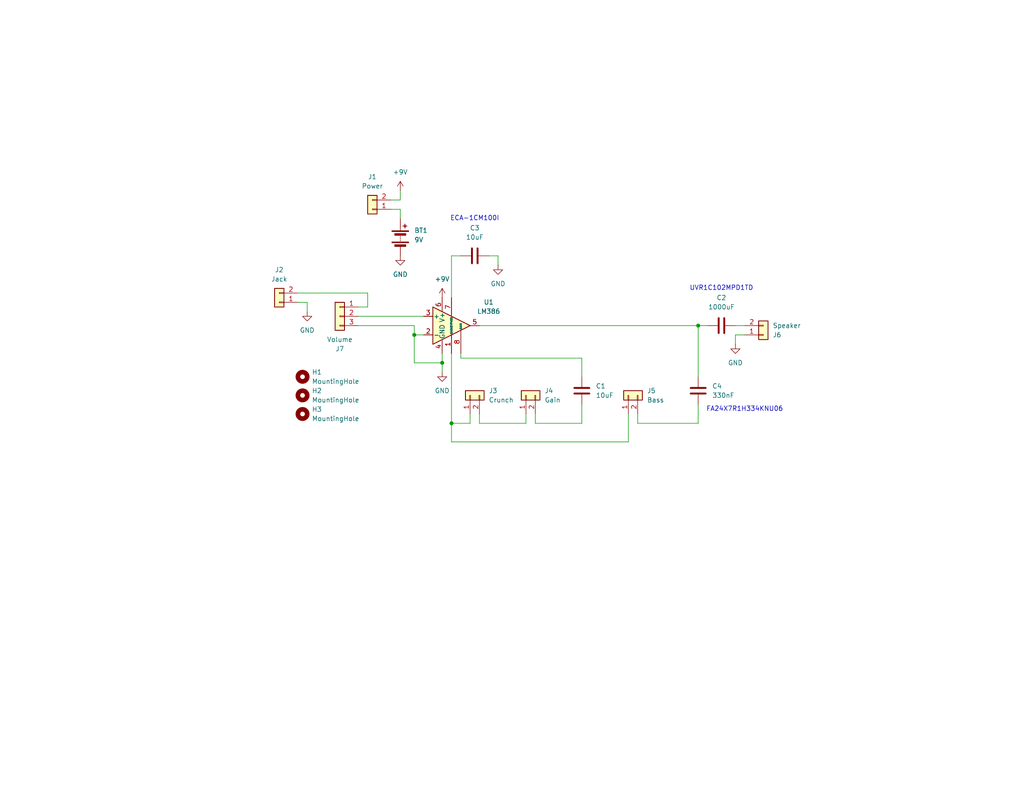
<source format=kicad_sch>
(kicad_sch
	(version 20250114)
	(generator "eeschema")
	(generator_version "9.0")
	(uuid "ace36595-c3d2-4bdc-9d6d-441c245f1a64")
	(paper "USLetter")
	(title_block
		(title "HogAmp by Tyler Ramsawak")
		(date "2025-11-29")
		(rev "1")
		(company "9V Electric Guitar Amplifier")
	)
	(lib_symbols
		(symbol "Amplifier_Audio:LM386"
			(pin_names
				(offset 0.127)
			)
			(exclude_from_sim no)
			(in_bom yes)
			(on_board yes)
			(property "Reference" "U"
				(at 1.27 7.62 0)
				(effects
					(font
						(size 1.27 1.27)
					)
					(justify left)
				)
			)
			(property "Value" "LM386"
				(at 1.27 5.08 0)
				(effects
					(font
						(size 1.27 1.27)
					)
					(justify left)
				)
			)
			(property "Footprint" ""
				(at 2.54 2.54 0)
				(effects
					(font
						(size 1.27 1.27)
					)
					(hide yes)
				)
			)
			(property "Datasheet" "http://www.ti.com/lit/ds/symlink/lm386.pdf"
				(at 5.08 5.08 0)
				(effects
					(font
						(size 1.27 1.27)
					)
					(hide yes)
				)
			)
			(property "Description" "Low Voltage Audio Power Amplifier, DIP-8/SOIC-8/SSOP-8"
				(at 0 0 0)
				(effects
					(font
						(size 1.27 1.27)
					)
					(hide yes)
				)
			)
			(property "ki_keywords" "single Power opamp"
				(at 0 0 0)
				(effects
					(font
						(size 1.27 1.27)
					)
					(hide yes)
				)
			)
			(property "ki_fp_filters" "SOIC*3.9x4.9mm*P1.27mm* DIP*W7.62mm* MSSOP*P0.65mm* TSSOP*3x3mm*P0.5mm*"
				(at 0 0 0)
				(effects
					(font
						(size 1.27 1.27)
					)
					(hide yes)
				)
			)
			(symbol "LM386_0_1"
				(polyline
					(pts
						(xy 5.08 0) (xy -5.08 5.08) (xy -5.08 -5.08) (xy 5.08 0)
					)
					(stroke
						(width 0.254)
						(type default)
					)
					(fill
						(type background)
					)
				)
			)
			(symbol "LM386_1_1"
				(pin input line
					(at -7.62 2.54 0)
					(length 2.54)
					(name "+"
						(effects
							(font
								(size 1.27 1.27)
							)
						)
					)
					(number "3"
						(effects
							(font
								(size 1.27 1.27)
							)
						)
					)
				)
				(pin input line
					(at -7.62 -2.54 0)
					(length 2.54)
					(name "-"
						(effects
							(font
								(size 1.27 1.27)
							)
						)
					)
					(number "2"
						(effects
							(font
								(size 1.27 1.27)
							)
						)
					)
				)
				(pin power_in line
					(at -2.54 7.62 270)
					(length 3.81)
					(name "V+"
						(effects
							(font
								(size 1.27 1.27)
							)
						)
					)
					(number "6"
						(effects
							(font
								(size 1.27 1.27)
							)
						)
					)
				)
				(pin power_in line
					(at -2.54 -7.62 90)
					(length 3.81)
					(name "GND"
						(effects
							(font
								(size 1.27 1.27)
							)
						)
					)
					(number "4"
						(effects
							(font
								(size 1.27 1.27)
							)
						)
					)
				)
				(pin input line
					(at 0 7.62 270)
					(length 5.08)
					(name "BYPASS"
						(effects
							(font
								(size 0.508 0.508)
							)
						)
					)
					(number "7"
						(effects
							(font
								(size 1.27 1.27)
							)
						)
					)
				)
				(pin input line
					(at 0 -7.62 90)
					(length 5.08)
					(name "GAIN"
						(effects
							(font
								(size 0.508 0.508)
							)
						)
					)
					(number "1"
						(effects
							(font
								(size 1.27 1.27)
							)
						)
					)
				)
				(pin input line
					(at 2.54 -7.62 90)
					(length 6.35)
					(name "GAIN"
						(effects
							(font
								(size 0.508 0.508)
							)
						)
					)
					(number "8"
						(effects
							(font
								(size 1.27 1.27)
							)
						)
					)
				)
				(pin output line
					(at 7.62 0 180)
					(length 2.54)
					(name "~"
						(effects
							(font
								(size 1.27 1.27)
							)
						)
					)
					(number "5"
						(effects
							(font
								(size 1.27 1.27)
							)
						)
					)
				)
			)
			(embedded_fonts no)
		)
		(symbol "Connector_Generic:Conn_01x02"
			(pin_names
				(offset 1.016)
				(hide yes)
			)
			(exclude_from_sim no)
			(in_bom yes)
			(on_board yes)
			(property "Reference" "J"
				(at 0 2.54 0)
				(effects
					(font
						(size 1.27 1.27)
					)
				)
			)
			(property "Value" "Conn_01x02"
				(at 0 -5.08 0)
				(effects
					(font
						(size 1.27 1.27)
					)
				)
			)
			(property "Footprint" ""
				(at 0 0 0)
				(effects
					(font
						(size 1.27 1.27)
					)
					(hide yes)
				)
			)
			(property "Datasheet" "~"
				(at 0 0 0)
				(effects
					(font
						(size 1.27 1.27)
					)
					(hide yes)
				)
			)
			(property "Description" "Generic connector, single row, 01x02, script generated (kicad-library-utils/schlib/autogen/connector/)"
				(at 0 0 0)
				(effects
					(font
						(size 1.27 1.27)
					)
					(hide yes)
				)
			)
			(property "ki_keywords" "connector"
				(at 0 0 0)
				(effects
					(font
						(size 1.27 1.27)
					)
					(hide yes)
				)
			)
			(property "ki_fp_filters" "Connector*:*_1x??_*"
				(at 0 0 0)
				(effects
					(font
						(size 1.27 1.27)
					)
					(hide yes)
				)
			)
			(symbol "Conn_01x02_1_1"
				(rectangle
					(start -1.27 1.27)
					(end 1.27 -3.81)
					(stroke
						(width 0.254)
						(type default)
					)
					(fill
						(type background)
					)
				)
				(rectangle
					(start -1.27 0.127)
					(end 0 -0.127)
					(stroke
						(width 0.1524)
						(type default)
					)
					(fill
						(type none)
					)
				)
				(rectangle
					(start -1.27 -2.413)
					(end 0 -2.667)
					(stroke
						(width 0.1524)
						(type default)
					)
					(fill
						(type none)
					)
				)
				(pin passive line
					(at -5.08 0 0)
					(length 3.81)
					(name "Pin_1"
						(effects
							(font
								(size 1.27 1.27)
							)
						)
					)
					(number "1"
						(effects
							(font
								(size 1.27 1.27)
							)
						)
					)
				)
				(pin passive line
					(at -5.08 -2.54 0)
					(length 3.81)
					(name "Pin_2"
						(effects
							(font
								(size 1.27 1.27)
							)
						)
					)
					(number "2"
						(effects
							(font
								(size 1.27 1.27)
							)
						)
					)
				)
			)
			(embedded_fonts no)
		)
		(symbol "Connector_Generic:Conn_01x03"
			(pin_names
				(offset 1.016)
				(hide yes)
			)
			(exclude_from_sim no)
			(in_bom yes)
			(on_board yes)
			(property "Reference" "J"
				(at 0 5.08 0)
				(effects
					(font
						(size 1.27 1.27)
					)
				)
			)
			(property "Value" "Conn_01x03"
				(at 0 -5.08 0)
				(effects
					(font
						(size 1.27 1.27)
					)
				)
			)
			(property "Footprint" ""
				(at 0 0 0)
				(effects
					(font
						(size 1.27 1.27)
					)
					(hide yes)
				)
			)
			(property "Datasheet" "~"
				(at 0 0 0)
				(effects
					(font
						(size 1.27 1.27)
					)
					(hide yes)
				)
			)
			(property "Description" "Generic connector, single row, 01x03, script generated (kicad-library-utils/schlib/autogen/connector/)"
				(at 0 0 0)
				(effects
					(font
						(size 1.27 1.27)
					)
					(hide yes)
				)
			)
			(property "ki_keywords" "connector"
				(at 0 0 0)
				(effects
					(font
						(size 1.27 1.27)
					)
					(hide yes)
				)
			)
			(property "ki_fp_filters" "Connector*:*_1x??_*"
				(at 0 0 0)
				(effects
					(font
						(size 1.27 1.27)
					)
					(hide yes)
				)
			)
			(symbol "Conn_01x03_1_1"
				(rectangle
					(start -1.27 3.81)
					(end 1.27 -3.81)
					(stroke
						(width 0.254)
						(type default)
					)
					(fill
						(type background)
					)
				)
				(rectangle
					(start -1.27 2.667)
					(end 0 2.413)
					(stroke
						(width 0.1524)
						(type default)
					)
					(fill
						(type none)
					)
				)
				(rectangle
					(start -1.27 0.127)
					(end 0 -0.127)
					(stroke
						(width 0.1524)
						(type default)
					)
					(fill
						(type none)
					)
				)
				(rectangle
					(start -1.27 -2.413)
					(end 0 -2.667)
					(stroke
						(width 0.1524)
						(type default)
					)
					(fill
						(type none)
					)
				)
				(pin passive line
					(at -5.08 2.54 0)
					(length 3.81)
					(name "Pin_1"
						(effects
							(font
								(size 1.27 1.27)
							)
						)
					)
					(number "1"
						(effects
							(font
								(size 1.27 1.27)
							)
						)
					)
				)
				(pin passive line
					(at -5.08 0 0)
					(length 3.81)
					(name "Pin_2"
						(effects
							(font
								(size 1.27 1.27)
							)
						)
					)
					(number "2"
						(effects
							(font
								(size 1.27 1.27)
							)
						)
					)
				)
				(pin passive line
					(at -5.08 -2.54 0)
					(length 3.81)
					(name "Pin_3"
						(effects
							(font
								(size 1.27 1.27)
							)
						)
					)
					(number "3"
						(effects
							(font
								(size 1.27 1.27)
							)
						)
					)
				)
			)
			(embedded_fonts no)
		)
		(symbol "Device:Battery"
			(pin_numbers
				(hide yes)
			)
			(pin_names
				(offset 0)
				(hide yes)
			)
			(exclude_from_sim no)
			(in_bom yes)
			(on_board yes)
			(property "Reference" "BT"
				(at 2.54 2.54 0)
				(effects
					(font
						(size 1.27 1.27)
					)
					(justify left)
				)
			)
			(property "Value" "Battery"
				(at 2.54 0 0)
				(effects
					(font
						(size 1.27 1.27)
					)
					(justify left)
				)
			)
			(property "Footprint" ""
				(at 0 1.524 90)
				(effects
					(font
						(size 1.27 1.27)
					)
					(hide yes)
				)
			)
			(property "Datasheet" "~"
				(at 0 1.524 90)
				(effects
					(font
						(size 1.27 1.27)
					)
					(hide yes)
				)
			)
			(property "Description" "Multiple-cell battery"
				(at 0 0 0)
				(effects
					(font
						(size 1.27 1.27)
					)
					(hide yes)
				)
			)
			(property "ki_keywords" "batt voltage-source cell"
				(at 0 0 0)
				(effects
					(font
						(size 1.27 1.27)
					)
					(hide yes)
				)
			)
			(symbol "Battery_0_1"
				(rectangle
					(start -2.286 1.778)
					(end 2.286 1.524)
					(stroke
						(width 0)
						(type default)
					)
					(fill
						(type outline)
					)
				)
				(rectangle
					(start -2.286 -1.27)
					(end 2.286 -1.524)
					(stroke
						(width 0)
						(type default)
					)
					(fill
						(type outline)
					)
				)
				(rectangle
					(start -1.524 1.016)
					(end 1.524 0.508)
					(stroke
						(width 0)
						(type default)
					)
					(fill
						(type outline)
					)
				)
				(rectangle
					(start -1.524 -2.032)
					(end 1.524 -2.54)
					(stroke
						(width 0)
						(type default)
					)
					(fill
						(type outline)
					)
				)
				(polyline
					(pts
						(xy 0 1.778) (xy 0 2.54)
					)
					(stroke
						(width 0)
						(type default)
					)
					(fill
						(type none)
					)
				)
				(polyline
					(pts
						(xy 0 0) (xy 0 0.254)
					)
					(stroke
						(width 0)
						(type default)
					)
					(fill
						(type none)
					)
				)
				(polyline
					(pts
						(xy 0 -0.508) (xy 0 -0.254)
					)
					(stroke
						(width 0)
						(type default)
					)
					(fill
						(type none)
					)
				)
				(polyline
					(pts
						(xy 0 -1.016) (xy 0 -0.762)
					)
					(stroke
						(width 0)
						(type default)
					)
					(fill
						(type none)
					)
				)
				(polyline
					(pts
						(xy 0.762 3.048) (xy 1.778 3.048)
					)
					(stroke
						(width 0.254)
						(type default)
					)
					(fill
						(type none)
					)
				)
				(polyline
					(pts
						(xy 1.27 3.556) (xy 1.27 2.54)
					)
					(stroke
						(width 0.254)
						(type default)
					)
					(fill
						(type none)
					)
				)
			)
			(symbol "Battery_1_1"
				(pin passive line
					(at 0 5.08 270)
					(length 2.54)
					(name "+"
						(effects
							(font
								(size 1.27 1.27)
							)
						)
					)
					(number "1"
						(effects
							(font
								(size 1.27 1.27)
							)
						)
					)
				)
				(pin passive line
					(at 0 -5.08 90)
					(length 2.54)
					(name "-"
						(effects
							(font
								(size 1.27 1.27)
							)
						)
					)
					(number "2"
						(effects
							(font
								(size 1.27 1.27)
							)
						)
					)
				)
			)
			(embedded_fonts no)
		)
		(symbol "Device:C"
			(pin_numbers
				(hide yes)
			)
			(pin_names
				(offset 0.254)
			)
			(exclude_from_sim no)
			(in_bom yes)
			(on_board yes)
			(property "Reference" "C"
				(at 0.635 2.54 0)
				(effects
					(font
						(size 1.27 1.27)
					)
					(justify left)
				)
			)
			(property "Value" "C"
				(at 0.635 -2.54 0)
				(effects
					(font
						(size 1.27 1.27)
					)
					(justify left)
				)
			)
			(property "Footprint" ""
				(at 0.9652 -3.81 0)
				(effects
					(font
						(size 1.27 1.27)
					)
					(hide yes)
				)
			)
			(property "Datasheet" "~"
				(at 0 0 0)
				(effects
					(font
						(size 1.27 1.27)
					)
					(hide yes)
				)
			)
			(property "Description" "Unpolarized capacitor"
				(at 0 0 0)
				(effects
					(font
						(size 1.27 1.27)
					)
					(hide yes)
				)
			)
			(property "ki_keywords" "cap capacitor"
				(at 0 0 0)
				(effects
					(font
						(size 1.27 1.27)
					)
					(hide yes)
				)
			)
			(property "ki_fp_filters" "C_*"
				(at 0 0 0)
				(effects
					(font
						(size 1.27 1.27)
					)
					(hide yes)
				)
			)
			(symbol "C_0_1"
				(polyline
					(pts
						(xy -2.032 0.762) (xy 2.032 0.762)
					)
					(stroke
						(width 0.508)
						(type default)
					)
					(fill
						(type none)
					)
				)
				(polyline
					(pts
						(xy -2.032 -0.762) (xy 2.032 -0.762)
					)
					(stroke
						(width 0.508)
						(type default)
					)
					(fill
						(type none)
					)
				)
			)
			(symbol "C_1_1"
				(pin passive line
					(at 0 3.81 270)
					(length 2.794)
					(name "~"
						(effects
							(font
								(size 1.27 1.27)
							)
						)
					)
					(number "1"
						(effects
							(font
								(size 1.27 1.27)
							)
						)
					)
				)
				(pin passive line
					(at 0 -3.81 90)
					(length 2.794)
					(name "~"
						(effects
							(font
								(size 1.27 1.27)
							)
						)
					)
					(number "2"
						(effects
							(font
								(size 1.27 1.27)
							)
						)
					)
				)
			)
			(embedded_fonts no)
		)
		(symbol "Mechanical:MountingHole"
			(pin_names
				(offset 1.016)
			)
			(exclude_from_sim no)
			(in_bom no)
			(on_board yes)
			(property "Reference" "H"
				(at 0 5.08 0)
				(effects
					(font
						(size 1.27 1.27)
					)
				)
			)
			(property "Value" "MountingHole"
				(at 0 3.175 0)
				(effects
					(font
						(size 1.27 1.27)
					)
				)
			)
			(property "Footprint" ""
				(at 0 0 0)
				(effects
					(font
						(size 1.27 1.27)
					)
					(hide yes)
				)
			)
			(property "Datasheet" "~"
				(at 0 0 0)
				(effects
					(font
						(size 1.27 1.27)
					)
					(hide yes)
				)
			)
			(property "Description" "Mounting Hole without connection"
				(at 0 0 0)
				(effects
					(font
						(size 1.27 1.27)
					)
					(hide yes)
				)
			)
			(property "ki_keywords" "mounting hole"
				(at 0 0 0)
				(effects
					(font
						(size 1.27 1.27)
					)
					(hide yes)
				)
			)
			(property "ki_fp_filters" "MountingHole*"
				(at 0 0 0)
				(effects
					(font
						(size 1.27 1.27)
					)
					(hide yes)
				)
			)
			(symbol "MountingHole_0_1"
				(circle
					(center 0 0)
					(radius 1.27)
					(stroke
						(width 1.27)
						(type default)
					)
					(fill
						(type none)
					)
				)
			)
			(embedded_fonts no)
		)
		(symbol "power:+9V"
			(power)
			(pin_numbers
				(hide yes)
			)
			(pin_names
				(offset 0)
				(hide yes)
			)
			(exclude_from_sim no)
			(in_bom yes)
			(on_board yes)
			(property "Reference" "#PWR"
				(at 0 -3.81 0)
				(effects
					(font
						(size 1.27 1.27)
					)
					(hide yes)
				)
			)
			(property "Value" "+9V"
				(at 0 3.556 0)
				(effects
					(font
						(size 1.27 1.27)
					)
				)
			)
			(property "Footprint" ""
				(at 0 0 0)
				(effects
					(font
						(size 1.27 1.27)
					)
					(hide yes)
				)
			)
			(property "Datasheet" ""
				(at 0 0 0)
				(effects
					(font
						(size 1.27 1.27)
					)
					(hide yes)
				)
			)
			(property "Description" "Power symbol creates a global label with name \"+9V\""
				(at 0 0 0)
				(effects
					(font
						(size 1.27 1.27)
					)
					(hide yes)
				)
			)
			(property "ki_keywords" "global power"
				(at 0 0 0)
				(effects
					(font
						(size 1.27 1.27)
					)
					(hide yes)
				)
			)
			(symbol "+9V_0_1"
				(polyline
					(pts
						(xy -0.762 1.27) (xy 0 2.54)
					)
					(stroke
						(width 0)
						(type default)
					)
					(fill
						(type none)
					)
				)
				(polyline
					(pts
						(xy 0 2.54) (xy 0.762 1.27)
					)
					(stroke
						(width 0)
						(type default)
					)
					(fill
						(type none)
					)
				)
				(polyline
					(pts
						(xy 0 0) (xy 0 2.54)
					)
					(stroke
						(width 0)
						(type default)
					)
					(fill
						(type none)
					)
				)
			)
			(symbol "+9V_1_1"
				(pin power_in line
					(at 0 0 90)
					(length 0)
					(name "~"
						(effects
							(font
								(size 1.27 1.27)
							)
						)
					)
					(number "1"
						(effects
							(font
								(size 1.27 1.27)
							)
						)
					)
				)
			)
			(embedded_fonts no)
		)
		(symbol "power:GND"
			(power)
			(pin_numbers
				(hide yes)
			)
			(pin_names
				(offset 0)
				(hide yes)
			)
			(exclude_from_sim no)
			(in_bom yes)
			(on_board yes)
			(property "Reference" "#PWR"
				(at 0 -6.35 0)
				(effects
					(font
						(size 1.27 1.27)
					)
					(hide yes)
				)
			)
			(property "Value" "GND"
				(at 0 -3.81 0)
				(effects
					(font
						(size 1.27 1.27)
					)
				)
			)
			(property "Footprint" ""
				(at 0 0 0)
				(effects
					(font
						(size 1.27 1.27)
					)
					(hide yes)
				)
			)
			(property "Datasheet" ""
				(at 0 0 0)
				(effects
					(font
						(size 1.27 1.27)
					)
					(hide yes)
				)
			)
			(property "Description" "Power symbol creates a global label with name \"GND\" , ground"
				(at 0 0 0)
				(effects
					(font
						(size 1.27 1.27)
					)
					(hide yes)
				)
			)
			(property "ki_keywords" "global power"
				(at 0 0 0)
				(effects
					(font
						(size 1.27 1.27)
					)
					(hide yes)
				)
			)
			(symbol "GND_0_1"
				(polyline
					(pts
						(xy 0 0) (xy 0 -1.27) (xy 1.27 -1.27) (xy 0 -2.54) (xy -1.27 -1.27) (xy 0 -1.27)
					)
					(stroke
						(width 0)
						(type default)
					)
					(fill
						(type none)
					)
				)
			)
			(symbol "GND_1_1"
				(pin power_in line
					(at 0 0 270)
					(length 0)
					(name "~"
						(effects
							(font
								(size 1.27 1.27)
							)
						)
					)
					(number "1"
						(effects
							(font
								(size 1.27 1.27)
							)
						)
					)
				)
			)
			(embedded_fonts no)
		)
	)
	(text "ECA-1CM100I"
		(exclude_from_sim no)
		(at 129.54 59.69 0)
		(effects
			(font
				(size 1.27 1.27)
			)
		)
		(uuid "10f2179c-7793-4424-9ab1-bbf242957811")
	)
	(text "FA24X7R1H334KNU06"
		(exclude_from_sim no)
		(at 203.2 111.76 0)
		(effects
			(font
				(size 1.27 1.27)
			)
		)
		(uuid "7d88853f-3cb9-4518-a758-8a9a9dd2c66e")
	)
	(text "UVR1C102MPD1TD"
		(exclude_from_sim no)
		(at 196.85 78.74 0)
		(effects
			(font
				(size 1.27 1.27)
			)
		)
		(uuid "92aa43bb-8da8-45f5-8cf5-adf1065ed47d")
	)
	(junction
		(at 113.03 91.44)
		(diameter 0)
		(color 0 0 0 0)
		(uuid "0737364b-3219-479d-9165-a6de4c832455")
	)
	(junction
		(at 190.5 88.9)
		(diameter 0)
		(color 0 0 0 0)
		(uuid "2d7714e4-a303-4d11-9551-2cc6333e69af")
	)
	(junction
		(at 123.19 115.57)
		(diameter 0)
		(color 0 0 0 0)
		(uuid "a66ee2e1-0a65-4095-b4d8-8b942aba7dc7")
	)
	(junction
		(at 120.65 99.06)
		(diameter 0)
		(color 0 0 0 0)
		(uuid "ed66ff5a-2bb9-489c-a6a1-59fa3159b432")
	)
	(wire
		(pts
			(xy 100.33 83.82) (xy 97.79 83.82)
		)
		(stroke
			(width 0)
			(type default)
		)
		(uuid "00db18ce-6376-4027-a0d4-4deaa767a73f")
	)
	(wire
		(pts
			(xy 130.81 88.9) (xy 190.5 88.9)
		)
		(stroke
			(width 0)
			(type default)
		)
		(uuid "0542f6be-90e4-43a3-82b7-958528934482")
	)
	(wire
		(pts
			(xy 190.5 110.49) (xy 190.5 115.57)
		)
		(stroke
			(width 0)
			(type default)
		)
		(uuid "07542b49-5a3f-4d1f-8776-46c9824b1a4e")
	)
	(wire
		(pts
			(xy 123.19 69.85) (xy 125.73 69.85)
		)
		(stroke
			(width 0)
			(type default)
		)
		(uuid "0b87943a-9aa4-4c1b-bb56-6b65af956c74")
	)
	(wire
		(pts
			(xy 143.51 115.57) (xy 143.51 113.03)
		)
		(stroke
			(width 0)
			(type default)
		)
		(uuid "10c6d043-4d5d-490c-a42f-80b44da7e366")
	)
	(wire
		(pts
			(xy 171.45 120.65) (xy 123.19 120.65)
		)
		(stroke
			(width 0)
			(type default)
		)
		(uuid "16ab5590-5ac0-4a6c-959a-3088ecf8b966")
	)
	(wire
		(pts
			(xy 125.73 97.79) (xy 125.73 96.52)
		)
		(stroke
			(width 0)
			(type default)
		)
		(uuid "1df4f42e-8255-4709-8f19-56c6cf29dd79")
	)
	(wire
		(pts
			(xy 128.27 113.03) (xy 128.27 115.57)
		)
		(stroke
			(width 0)
			(type default)
		)
		(uuid "2001a48f-7f11-42b7-8063-4ed160b39b15")
	)
	(wire
		(pts
			(xy 146.05 115.57) (xy 146.05 113.03)
		)
		(stroke
			(width 0)
			(type default)
		)
		(uuid "2b59bca5-06ae-4930-a207-c1cf67339efd")
	)
	(wire
		(pts
			(xy 171.45 113.03) (xy 171.45 120.65)
		)
		(stroke
			(width 0)
			(type default)
		)
		(uuid "31e06460-7fd5-48b8-b9e7-2ad5b245c85a")
	)
	(wire
		(pts
			(xy 120.65 101.6) (xy 120.65 99.06)
		)
		(stroke
			(width 0)
			(type default)
		)
		(uuid "405d371a-1594-4fcd-81e8-5bf08630326c")
	)
	(wire
		(pts
			(xy 81.28 82.55) (xy 83.82 82.55)
		)
		(stroke
			(width 0)
			(type default)
		)
		(uuid "4601cbfd-a8b9-471d-9ab3-fa67b2120d1b")
	)
	(wire
		(pts
			(xy 200.66 91.44) (xy 203.2 91.44)
		)
		(stroke
			(width 0)
			(type default)
		)
		(uuid "476e001c-8b8f-47de-8991-5b9a4d3335ad")
	)
	(wire
		(pts
			(xy 158.75 115.57) (xy 146.05 115.57)
		)
		(stroke
			(width 0)
			(type default)
		)
		(uuid "4ecdaff0-1d51-4a6c-bb36-04f9d2df12f0")
	)
	(wire
		(pts
			(xy 97.79 88.9) (xy 113.03 88.9)
		)
		(stroke
			(width 0)
			(type default)
		)
		(uuid "546ba8c3-b520-422d-b20e-4054aef8e694")
	)
	(wire
		(pts
			(xy 120.65 99.06) (xy 113.03 99.06)
		)
		(stroke
			(width 0)
			(type default)
		)
		(uuid "552f4f3c-07f0-4e26-a6a9-f7312b5e4947")
	)
	(wire
		(pts
			(xy 125.73 97.79) (xy 158.75 97.79)
		)
		(stroke
			(width 0)
			(type default)
		)
		(uuid "5a2c92c9-f06d-4050-82ae-57151f0f29d9")
	)
	(wire
		(pts
			(xy 83.82 82.55) (xy 83.82 85.09)
		)
		(stroke
			(width 0)
			(type default)
		)
		(uuid "5a8efe83-fe7f-457b-a5f2-0518dc7effa1")
	)
	(wire
		(pts
			(xy 97.79 86.36) (xy 115.57 86.36)
		)
		(stroke
			(width 0)
			(type default)
		)
		(uuid "5c909359-c50a-40b1-ab3f-2481c2295920")
	)
	(wire
		(pts
			(xy 128.27 115.57) (xy 123.19 115.57)
		)
		(stroke
			(width 0)
			(type default)
		)
		(uuid "6b171022-191c-4a12-ba03-e3604b396e93")
	)
	(wire
		(pts
			(xy 113.03 88.9) (xy 113.03 91.44)
		)
		(stroke
			(width 0)
			(type default)
		)
		(uuid "6f469791-fa86-4d64-8124-7738db7379c6")
	)
	(wire
		(pts
			(xy 106.68 57.15) (xy 109.22 57.15)
		)
		(stroke
			(width 0)
			(type default)
		)
		(uuid "702833ba-31a5-485b-b459-52a11e108f13")
	)
	(wire
		(pts
			(xy 200.66 93.98) (xy 200.66 91.44)
		)
		(stroke
			(width 0)
			(type default)
		)
		(uuid "725c90d7-683e-4df8-bc38-347b61f7ad60")
	)
	(wire
		(pts
			(xy 120.65 96.52) (xy 120.65 99.06)
		)
		(stroke
			(width 0)
			(type default)
		)
		(uuid "74bfee76-d750-4c36-a9d4-3128bc6e7893")
	)
	(wire
		(pts
			(xy 81.28 80.01) (xy 100.33 80.01)
		)
		(stroke
			(width 0)
			(type default)
		)
		(uuid "75690e19-a613-4b35-8e88-ca335954d673")
	)
	(wire
		(pts
			(xy 130.81 115.57) (xy 143.51 115.57)
		)
		(stroke
			(width 0)
			(type default)
		)
		(uuid "777c1615-eae8-459d-8161-42cd85524d9a")
	)
	(wire
		(pts
			(xy 203.2 88.9) (xy 200.66 88.9)
		)
		(stroke
			(width 0)
			(type default)
		)
		(uuid "8fcbe251-4d5b-4bf1-9a18-0b30f26cc336")
	)
	(wire
		(pts
			(xy 158.75 102.87) (xy 158.75 97.79)
		)
		(stroke
			(width 0)
			(type default)
		)
		(uuid "9409254f-3586-4ac7-b103-fda44e7b4645")
	)
	(wire
		(pts
			(xy 109.22 54.61) (xy 106.68 54.61)
		)
		(stroke
			(width 0)
			(type default)
		)
		(uuid "966b3ec5-fbf5-47ab-82ee-a3b8856f7179")
	)
	(wire
		(pts
			(xy 135.89 69.85) (xy 135.89 72.39)
		)
		(stroke
			(width 0)
			(type default)
		)
		(uuid "96c21705-cd96-4183-891b-8200fb90f8ce")
	)
	(wire
		(pts
			(xy 158.75 110.49) (xy 158.75 115.57)
		)
		(stroke
			(width 0)
			(type default)
		)
		(uuid "9dfb0e79-ac08-4398-9860-122e00118ef3")
	)
	(wire
		(pts
			(xy 133.35 69.85) (xy 135.89 69.85)
		)
		(stroke
			(width 0)
			(type default)
		)
		(uuid "9fe76581-4f04-46e0-bee1-3050833b9b62")
	)
	(wire
		(pts
			(xy 109.22 59.69) (xy 109.22 57.15)
		)
		(stroke
			(width 0)
			(type default)
		)
		(uuid "a7080c35-c296-4af6-8199-1926937f4ba0")
	)
	(wire
		(pts
			(xy 109.22 52.07) (xy 109.22 54.61)
		)
		(stroke
			(width 0)
			(type default)
		)
		(uuid "acd96e50-9356-4bd5-ac63-d193cc38f7f5")
	)
	(wire
		(pts
			(xy 123.19 96.52) (xy 123.19 115.57)
		)
		(stroke
			(width 0)
			(type default)
		)
		(uuid "ae3d7edd-27ba-4090-8f1e-29e3d67cf802")
	)
	(wire
		(pts
			(xy 130.81 115.57) (xy 130.81 113.03)
		)
		(stroke
			(width 0)
			(type default)
		)
		(uuid "afa1a027-17cd-4f3d-9606-12124dbbf4a3")
	)
	(wire
		(pts
			(xy 113.03 99.06) (xy 113.03 91.44)
		)
		(stroke
			(width 0)
			(type default)
		)
		(uuid "b24bbe94-244f-47eb-9c8e-87607437f512")
	)
	(wire
		(pts
			(xy 173.99 113.03) (xy 173.99 115.57)
		)
		(stroke
			(width 0)
			(type default)
		)
		(uuid "b9742c1a-213b-4296-a6fd-992d2ff758d3")
	)
	(wire
		(pts
			(xy 190.5 88.9) (xy 193.04 88.9)
		)
		(stroke
			(width 0)
			(type default)
		)
		(uuid "bb71d333-0189-488e-8886-77bb4721a582")
	)
	(wire
		(pts
			(xy 173.99 115.57) (xy 190.5 115.57)
		)
		(stroke
			(width 0)
			(type default)
		)
		(uuid "cb53fed9-dc50-479a-a050-e1be5ba708ba")
	)
	(wire
		(pts
			(xy 100.33 80.01) (xy 100.33 83.82)
		)
		(stroke
			(width 0)
			(type default)
		)
		(uuid "d1ca0510-1176-4bfc-a7a5-37d0ff2c52a5")
	)
	(wire
		(pts
			(xy 113.03 91.44) (xy 115.57 91.44)
		)
		(stroke
			(width 0)
			(type default)
		)
		(uuid "dd3bca67-6218-4a25-bca2-d12321af35ec")
	)
	(wire
		(pts
			(xy 123.19 81.28) (xy 123.19 69.85)
		)
		(stroke
			(width 0)
			(type default)
		)
		(uuid "e0725c90-0873-454c-b1d3-0212e4bb0d35")
	)
	(wire
		(pts
			(xy 190.5 88.9) (xy 190.5 102.87)
		)
		(stroke
			(width 0)
			(type default)
		)
		(uuid "e6c0de0f-8c73-46df-81ef-89f578c28c0d")
	)
	(wire
		(pts
			(xy 123.19 120.65) (xy 123.19 115.57)
		)
		(stroke
			(width 0)
			(type default)
		)
		(uuid "f1cc3004-7b8d-4b1f-a855-cbcd4b27fc76")
	)
	(symbol
		(lib_id "power:+9V")
		(at 120.65 81.28 0)
		(unit 1)
		(exclude_from_sim no)
		(in_bom yes)
		(on_board yes)
		(dnp no)
		(fields_autoplaced yes)
		(uuid "021884a4-188d-4904-bd29-54b07227afb0")
		(property "Reference" "#PWR05"
			(at 120.65 85.09 0)
			(effects
				(font
					(size 1.27 1.27)
				)
				(hide yes)
			)
		)
		(property "Value" "+9V"
			(at 120.65 76.2 0)
			(effects
				(font
					(size 1.27 1.27)
				)
			)
		)
		(property "Footprint" ""
			(at 120.65 81.28 0)
			(effects
				(font
					(size 1.27 1.27)
				)
				(hide yes)
			)
		)
		(property "Datasheet" ""
			(at 120.65 81.28 0)
			(effects
				(font
					(size 1.27 1.27)
				)
				(hide yes)
			)
		)
		(property "Description" "Power symbol creates a global label with name \"+9V\""
			(at 120.65 81.28 0)
			(effects
				(font
					(size 1.27 1.27)
				)
				(hide yes)
			)
		)
		(pin "1"
			(uuid "d7c4105c-72a7-4f55-9390-7aec4708d285")
		)
		(instances
			(project "hogamp"
				(path "/ace36595-c3d2-4bdc-9d6d-441c245f1a64"
					(reference "#PWR05")
					(unit 1)
				)
			)
		)
	)
	(symbol
		(lib_id "Mechanical:MountingHole")
		(at 82.55 113.03 0)
		(unit 1)
		(exclude_from_sim no)
		(in_bom no)
		(on_board yes)
		(dnp no)
		(fields_autoplaced yes)
		(uuid "045e8a7e-38e8-4238-ae5a-ad4c8875ee7e")
		(property "Reference" "H3"
			(at 85.09 111.7599 0)
			(effects
				(font
					(size 1.27 1.27)
				)
				(justify left)
			)
		)
		(property "Value" "MountingHole"
			(at 85.09 114.2999 0)
			(effects
				(font
					(size 1.27 1.27)
				)
				(justify left)
			)
		)
		(property "Footprint" "MountingHole:MountingHole_3.2mm_M3"
			(at 82.55 113.03 0)
			(effects
				(font
					(size 1.27 1.27)
				)
				(hide yes)
			)
		)
		(property "Datasheet" "~"
			(at 82.55 113.03 0)
			(effects
				(font
					(size 1.27 1.27)
				)
				(hide yes)
			)
		)
		(property "Description" "Mounting Hole without connection"
			(at 82.55 113.03 0)
			(effects
				(font
					(size 1.27 1.27)
				)
				(hide yes)
			)
		)
		(instances
			(project "hogamp"
				(path "/ace36595-c3d2-4bdc-9d6d-441c245f1a64"
					(reference "H3")
					(unit 1)
				)
			)
		)
	)
	(symbol
		(lib_id "Device:C")
		(at 196.85 88.9 90)
		(unit 1)
		(exclude_from_sim no)
		(in_bom yes)
		(on_board yes)
		(dnp no)
		(fields_autoplaced yes)
		(uuid "05e291ae-e38b-4812-9261-00d46a7b7072")
		(property "Reference" "C2"
			(at 196.85 81.28 90)
			(effects
				(font
					(size 1.27 1.27)
				)
			)
		)
		(property "Value" "1000uF"
			(at 196.85 83.82 90)
			(effects
				(font
					(size 1.27 1.27)
				)
			)
		)
		(property "Footprint" "Capacitor_THT:CP_Radial_D10.0mm_P5.00mm"
			(at 200.66 87.9348 0)
			(effects
				(font
					(size 1.27 1.27)
				)
				(hide yes)
			)
		)
		(property "Datasheet" "~"
			(at 196.85 88.9 0)
			(effects
				(font
					(size 1.27 1.27)
				)
				(hide yes)
			)
		)
		(property "Description" "Unpolarized capacitor"
			(at 196.85 88.9 0)
			(effects
				(font
					(size 1.27 1.27)
				)
				(hide yes)
			)
		)
		(pin "2"
			(uuid "b2ba0619-1c16-4416-a697-9e4a53813608")
		)
		(pin "1"
			(uuid "3342f363-12de-40d5-9ff4-12da92967f26")
		)
		(instances
			(project ""
				(path "/ace36595-c3d2-4bdc-9d6d-441c245f1a64"
					(reference "C2")
					(unit 1)
				)
			)
		)
	)
	(symbol
		(lib_id "Mechanical:MountingHole")
		(at 82.55 107.95 0)
		(unit 1)
		(exclude_from_sim no)
		(in_bom no)
		(on_board yes)
		(dnp no)
		(fields_autoplaced yes)
		(uuid "0827dc83-8a74-48ed-bb70-6bc4cb33f4e7")
		(property "Reference" "H2"
			(at 85.09 106.6799 0)
			(effects
				(font
					(size 1.27 1.27)
				)
				(justify left)
			)
		)
		(property "Value" "MountingHole"
			(at 85.09 109.2199 0)
			(effects
				(font
					(size 1.27 1.27)
				)
				(justify left)
			)
		)
		(property "Footprint" "MountingHole:MountingHole_3.2mm_M3"
			(at 82.55 107.95 0)
			(effects
				(font
					(size 1.27 1.27)
				)
				(hide yes)
			)
		)
		(property "Datasheet" "~"
			(at 82.55 107.95 0)
			(effects
				(font
					(size 1.27 1.27)
				)
				(hide yes)
			)
		)
		(property "Description" "Mounting Hole without connection"
			(at 82.55 107.95 0)
			(effects
				(font
					(size 1.27 1.27)
				)
				(hide yes)
			)
		)
		(instances
			(project "hogamp"
				(path "/ace36595-c3d2-4bdc-9d6d-441c245f1a64"
					(reference "H2")
					(unit 1)
				)
			)
		)
	)
	(symbol
		(lib_id "Device:C")
		(at 190.5 106.68 0)
		(unit 1)
		(exclude_from_sim no)
		(in_bom yes)
		(on_board yes)
		(dnp no)
		(fields_autoplaced yes)
		(uuid "2db50048-f2e6-4bcb-b7c8-31a50c53582e")
		(property "Reference" "C4"
			(at 194.31 105.4099 0)
			(effects
				(font
					(size 1.27 1.27)
				)
				(justify left)
			)
		)
		(property "Value" "330nF"
			(at 194.31 107.9499 0)
			(effects
				(font
					(size 1.27 1.27)
				)
				(justify left)
			)
		)
		(property "Footprint" "hogamp:CAPRB500W50L450T300H550"
			(at 191.4652 110.49 0)
			(effects
				(font
					(size 1.27 1.27)
				)
				(hide yes)
			)
		)
		(property "Datasheet" "~"
			(at 190.5 106.68 0)
			(effects
				(font
					(size 1.27 1.27)
				)
				(hide yes)
			)
		)
		(property "Description" "Unpolarized capacitor"
			(at 190.5 106.68 0)
			(effects
				(font
					(size 1.27 1.27)
				)
				(hide yes)
			)
		)
		(pin "2"
			(uuid "c5dcbf5e-dc5c-4edf-952b-a14ceb0c7c42")
		)
		(pin "1"
			(uuid "8ef47a29-c4ae-42e5-bc86-5c1bee5f4973")
		)
		(instances
			(project "hogamp"
				(path "/ace36595-c3d2-4bdc-9d6d-441c245f1a64"
					(reference "C4")
					(unit 1)
				)
			)
		)
	)
	(symbol
		(lib_id "Connector_Generic:Conn_01x02")
		(at 171.45 107.95 90)
		(unit 1)
		(exclude_from_sim no)
		(in_bom yes)
		(on_board yes)
		(dnp no)
		(fields_autoplaced yes)
		(uuid "53145616-a93d-4a0b-a9be-753c31781d19")
		(property "Reference" "J5"
			(at 176.53 106.6799 90)
			(effects
				(font
					(size 1.27 1.27)
				)
				(justify right)
			)
		)
		(property "Value" "Bass"
			(at 176.53 109.2199 90)
			(effects
				(font
					(size 1.27 1.27)
				)
				(justify right)
			)
		)
		(property "Footprint" "Connector_Samtec_HPM_THT:Samtec_HPM-02-05-x-S_Straight_1x02_Pitch5.08mm"
			(at 171.45 107.95 0)
			(effects
				(font
					(size 1.27 1.27)
				)
				(hide yes)
			)
		)
		(property "Datasheet" "~"
			(at 171.45 107.95 0)
			(effects
				(font
					(size 1.27 1.27)
				)
				(hide yes)
			)
		)
		(property "Description" "Generic connector, single row, 01x02, script generated (kicad-library-utils/schlib/autogen/connector/)"
			(at 171.45 107.95 0)
			(effects
				(font
					(size 1.27 1.27)
				)
				(hide yes)
			)
		)
		(pin "1"
			(uuid "f01221b9-4505-4bea-9052-857bb7a14d4c")
		)
		(pin "2"
			(uuid "8808bdda-a174-42e0-8c22-8171565a1a21")
		)
		(instances
			(project "hogamp"
				(path "/ace36595-c3d2-4bdc-9d6d-441c245f1a64"
					(reference "J5")
					(unit 1)
				)
			)
		)
	)
	(symbol
		(lib_id "Mechanical:MountingHole")
		(at 82.55 102.87 0)
		(unit 1)
		(exclude_from_sim no)
		(in_bom no)
		(on_board yes)
		(dnp no)
		(fields_autoplaced yes)
		(uuid "5bf647d0-7485-4a9f-a9fc-0d5d5c2b3663")
		(property "Reference" "H1"
			(at 85.09 101.5999 0)
			(effects
				(font
					(size 1.27 1.27)
				)
				(justify left)
			)
		)
		(property "Value" "MountingHole"
			(at 85.09 104.1399 0)
			(effects
				(font
					(size 1.27 1.27)
				)
				(justify left)
			)
		)
		(property "Footprint" "MountingHole:MountingHole_3.2mm_M3"
			(at 82.55 102.87 0)
			(effects
				(font
					(size 1.27 1.27)
				)
				(hide yes)
			)
		)
		(property "Datasheet" "~"
			(at 82.55 102.87 0)
			(effects
				(font
					(size 1.27 1.27)
				)
				(hide yes)
			)
		)
		(property "Description" "Mounting Hole without connection"
			(at 82.55 102.87 0)
			(effects
				(font
					(size 1.27 1.27)
				)
				(hide yes)
			)
		)
		(instances
			(project ""
				(path "/ace36595-c3d2-4bdc-9d6d-441c245f1a64"
					(reference "H1")
					(unit 1)
				)
			)
		)
	)
	(symbol
		(lib_id "Connector_Generic:Conn_01x02")
		(at 128.27 107.95 90)
		(unit 1)
		(exclude_from_sim no)
		(in_bom yes)
		(on_board yes)
		(dnp no)
		(fields_autoplaced yes)
		(uuid "849f452d-e1ff-473d-8fb4-bea8e55544d8")
		(property "Reference" "J3"
			(at 133.35 106.6799 90)
			(effects
				(font
					(size 1.27 1.27)
				)
				(justify right)
			)
		)
		(property "Value" "Crunch"
			(at 133.35 109.2199 90)
			(effects
				(font
					(size 1.27 1.27)
				)
				(justify right)
			)
		)
		(property "Footprint" "Connector_Samtec_HPM_THT:Samtec_HPM-02-05-x-S_Straight_1x02_Pitch5.08mm"
			(at 128.27 107.95 0)
			(effects
				(font
					(size 1.27 1.27)
				)
				(hide yes)
			)
		)
		(property "Datasheet" "~"
			(at 128.27 107.95 0)
			(effects
				(font
					(size 1.27 1.27)
				)
				(hide yes)
			)
		)
		(property "Description" "Generic connector, single row, 01x02, script generated (kicad-library-utils/schlib/autogen/connector/)"
			(at 128.27 107.95 0)
			(effects
				(font
					(size 1.27 1.27)
				)
				(hide yes)
			)
		)
		(pin "1"
			(uuid "c99e07f7-9ff4-47b4-8227-abd6af6cb46d")
		)
		(pin "2"
			(uuid "a246e323-d8dc-4671-88b6-28869de80459")
		)
		(instances
			(project "hogamp"
				(path "/ace36595-c3d2-4bdc-9d6d-441c245f1a64"
					(reference "J3")
					(unit 1)
				)
			)
		)
	)
	(symbol
		(lib_id "Amplifier_Audio:LM386")
		(at 123.19 88.9 0)
		(unit 1)
		(exclude_from_sim no)
		(in_bom yes)
		(on_board yes)
		(dnp no)
		(fields_autoplaced yes)
		(uuid "87de55e5-99a6-4647-8b6d-b8cd6c5603d4")
		(property "Reference" "U1"
			(at 133.35 82.4798 0)
			(effects
				(font
					(size 1.27 1.27)
				)
			)
		)
		(property "Value" "LM386"
			(at 133.35 85.0198 0)
			(effects
				(font
					(size 1.27 1.27)
				)
			)
		)
		(property "Footprint" "Package_DIP:DIP-8_W7.62mm_Socket"
			(at 125.73 86.36 0)
			(effects
				(font
					(size 1.27 1.27)
				)
				(hide yes)
			)
		)
		(property "Datasheet" "http://www.ti.com/lit/ds/symlink/lm386.pdf"
			(at 128.27 83.82 0)
			(effects
				(font
					(size 1.27 1.27)
				)
				(hide yes)
			)
		)
		(property "Description" "Low Voltage Audio Power Amplifier, DIP-8/SOIC-8/SSOP-8"
			(at 123.19 88.9 0)
			(effects
				(font
					(size 1.27 1.27)
				)
				(hide yes)
			)
		)
		(pin "1"
			(uuid "6a3d3940-1dfe-4f97-a0dc-0b744f678176")
		)
		(pin "8"
			(uuid "81cf8858-31d6-4697-b8a5-f948e8b23507")
		)
		(pin "3"
			(uuid "89bd2c26-78be-478d-abf2-97d73826c5e0")
		)
		(pin "2"
			(uuid "4d2a467e-54b3-483d-9508-a4c1843d6e3e")
		)
		(pin "6"
			(uuid "260dffc4-ffee-4a30-a501-04ec4e68f0a4")
		)
		(pin "4"
			(uuid "60ce9589-783f-4c91-b283-a7730ed06cf6")
		)
		(pin "7"
			(uuid "8fc95bc2-fc40-428e-b068-e5220f6ffd82")
		)
		(pin "5"
			(uuid "299deb59-4ff7-4543-b29d-3b1f2fd36a0f")
		)
		(instances
			(project ""
				(path "/ace36595-c3d2-4bdc-9d6d-441c245f1a64"
					(reference "U1")
					(unit 1)
				)
			)
		)
	)
	(symbol
		(lib_id "Device:C")
		(at 129.54 69.85 90)
		(unit 1)
		(exclude_from_sim no)
		(in_bom yes)
		(on_board yes)
		(dnp no)
		(fields_autoplaced yes)
		(uuid "8ed6f6b7-102c-4cf8-99df-2fdc6e273a99")
		(property "Reference" "C3"
			(at 129.54 62.23 90)
			(effects
				(font
					(size 1.27 1.27)
				)
			)
		)
		(property "Value" "10uF"
			(at 129.54 64.77 90)
			(effects
				(font
					(size 1.27 1.27)
				)
			)
		)
		(property "Footprint" "Capacitor_THT:CP_Radial_D5.0mm_P2.50mm"
			(at 133.35 68.8848 0)
			(effects
				(font
					(size 1.27 1.27)
				)
				(hide yes)
			)
		)
		(property "Datasheet" "~"
			(at 129.54 69.85 0)
			(effects
				(font
					(size 1.27 1.27)
				)
				(hide yes)
			)
		)
		(property "Description" "Unpolarized capacitor"
			(at 129.54 69.85 0)
			(effects
				(font
					(size 1.27 1.27)
				)
				(hide yes)
			)
		)
		(pin "2"
			(uuid "c9dd2048-11bd-4328-b020-402366456a33")
		)
		(pin "1"
			(uuid "f0860ff4-4a0f-489f-8a08-dfa4d02adfad")
		)
		(instances
			(project "hogamp"
				(path "/ace36595-c3d2-4bdc-9d6d-441c245f1a64"
					(reference "C3")
					(unit 1)
				)
			)
		)
	)
	(symbol
		(lib_id "Connector_Generic:Conn_01x02")
		(at 101.6 57.15 180)
		(unit 1)
		(exclude_from_sim no)
		(in_bom yes)
		(on_board yes)
		(dnp no)
		(fields_autoplaced yes)
		(uuid "9167da96-57b8-48cf-8f42-1518903af805")
		(property "Reference" "J1"
			(at 101.6 48.26 0)
			(effects
				(font
					(size 1.27 1.27)
				)
			)
		)
		(property "Value" "Power"
			(at 101.6 50.8 0)
			(effects
				(font
					(size 1.27 1.27)
				)
			)
		)
		(property "Footprint" "Connector_Samtec_HPM_THT:Samtec_HPM-02-05-x-S_Straight_1x02_Pitch5.08mm"
			(at 101.6 57.15 0)
			(effects
				(font
					(size 1.27 1.27)
				)
				(hide yes)
			)
		)
		(property "Datasheet" "~"
			(at 101.6 57.15 0)
			(effects
				(font
					(size 1.27 1.27)
				)
				(hide yes)
			)
		)
		(property "Description" "Generic connector, single row, 01x02, script generated (kicad-library-utils/schlib/autogen/connector/)"
			(at 101.6 57.15 0)
			(effects
				(font
					(size 1.27 1.27)
				)
				(hide yes)
			)
		)
		(pin "1"
			(uuid "9d598d3c-e731-45ad-86a8-9debb86a37be")
		)
		(pin "2"
			(uuid "fe6a02d2-284d-49ac-9838-a8d276b22ed6")
		)
		(instances
			(project ""
				(path "/ace36595-c3d2-4bdc-9d6d-441c245f1a64"
					(reference "J1")
					(unit 1)
				)
			)
		)
	)
	(symbol
		(lib_id "power:+9V")
		(at 109.22 52.07 0)
		(unit 1)
		(exclude_from_sim no)
		(in_bom yes)
		(on_board yes)
		(dnp no)
		(fields_autoplaced yes)
		(uuid "98f28f83-4893-4c83-87cf-02ac112a0cbf")
		(property "Reference" "#PWR03"
			(at 109.22 55.88 0)
			(effects
				(font
					(size 1.27 1.27)
				)
				(hide yes)
			)
		)
		(property "Value" "+9V"
			(at 109.22 46.99 0)
			(effects
				(font
					(size 1.27 1.27)
				)
			)
		)
		(property "Footprint" ""
			(at 109.22 52.07 0)
			(effects
				(font
					(size 1.27 1.27)
				)
				(hide yes)
			)
		)
		(property "Datasheet" ""
			(at 109.22 52.07 0)
			(effects
				(font
					(size 1.27 1.27)
				)
				(hide yes)
			)
		)
		(property "Description" "Power symbol creates a global label with name \"+9V\""
			(at 109.22 52.07 0)
			(effects
				(font
					(size 1.27 1.27)
				)
				(hide yes)
			)
		)
		(pin "1"
			(uuid "9ae7f859-2f83-476c-9b56-8693e688758e")
		)
		(instances
			(project "hogamp"
				(path "/ace36595-c3d2-4bdc-9d6d-441c245f1a64"
					(reference "#PWR03")
					(unit 1)
				)
			)
		)
	)
	(symbol
		(lib_id "Device:Battery")
		(at 109.22 64.77 0)
		(unit 1)
		(exclude_from_sim no)
		(in_bom yes)
		(on_board yes)
		(dnp no)
		(fields_autoplaced yes)
		(uuid "a91daa8c-04b9-49b6-9dc2-ecb0e493cd1f")
		(property "Reference" "BT1"
			(at 113.03 62.9284 0)
			(effects
				(font
					(size 1.27 1.27)
				)
				(justify left)
			)
		)
		(property "Value" "9V"
			(at 113.03 65.4684 0)
			(effects
				(font
					(size 1.27 1.27)
				)
				(justify left)
			)
		)
		(property "Footprint" "Connector_Samtec_HPM_THT:Samtec_HPM-02-05-x-S_Straight_1x02_Pitch5.08mm"
			(at 109.22 63.246 90)
			(effects
				(font
					(size 1.27 1.27)
				)
				(hide yes)
			)
		)
		(property "Datasheet" "~"
			(at 109.22 63.246 90)
			(effects
				(font
					(size 1.27 1.27)
				)
				(hide yes)
			)
		)
		(property "Description" "Multiple-cell battery"
			(at 109.22 64.77 0)
			(effects
				(font
					(size 1.27 1.27)
				)
				(hide yes)
			)
		)
		(pin "2"
			(uuid "0f6a3558-f7eb-4860-b025-a6b902fb6444")
		)
		(pin "1"
			(uuid "1cfea130-cc24-4a49-8942-05c9780f8a9f")
		)
		(instances
			(project ""
				(path "/ace36595-c3d2-4bdc-9d6d-441c245f1a64"
					(reference "BT1")
					(unit 1)
				)
			)
		)
	)
	(symbol
		(lib_id "power:GND")
		(at 109.22 69.85 0)
		(unit 1)
		(exclude_from_sim no)
		(in_bom yes)
		(on_board yes)
		(dnp no)
		(fields_autoplaced yes)
		(uuid "b0c6c48c-176f-42ff-b81a-da88c1cd7f93")
		(property "Reference" "#PWR04"
			(at 109.22 76.2 0)
			(effects
				(font
					(size 1.27 1.27)
				)
				(hide yes)
			)
		)
		(property "Value" "GND"
			(at 109.22 74.93 0)
			(effects
				(font
					(size 1.27 1.27)
				)
			)
		)
		(property "Footprint" ""
			(at 109.22 69.85 0)
			(effects
				(font
					(size 1.27 1.27)
				)
				(hide yes)
			)
		)
		(property "Datasheet" ""
			(at 109.22 69.85 0)
			(effects
				(font
					(size 1.27 1.27)
				)
				(hide yes)
			)
		)
		(property "Description" "Power symbol creates a global label with name \"GND\" , ground"
			(at 109.22 69.85 0)
			(effects
				(font
					(size 1.27 1.27)
				)
				(hide yes)
			)
		)
		(pin "1"
			(uuid "2b81083b-aa84-4603-a5fd-39486339141e")
		)
		(instances
			(project "hogamp"
				(path "/ace36595-c3d2-4bdc-9d6d-441c245f1a64"
					(reference "#PWR04")
					(unit 1)
				)
			)
		)
	)
	(symbol
		(lib_id "power:GND")
		(at 135.89 72.39 0)
		(unit 1)
		(exclude_from_sim no)
		(in_bom yes)
		(on_board yes)
		(dnp no)
		(fields_autoplaced yes)
		(uuid "b877211a-33d5-4d0b-a2dd-61b10d599188")
		(property "Reference" "#PWR07"
			(at 135.89 78.74 0)
			(effects
				(font
					(size 1.27 1.27)
				)
				(hide yes)
			)
		)
		(property "Value" "GND"
			(at 135.89 77.47 0)
			(effects
				(font
					(size 1.27 1.27)
				)
			)
		)
		(property "Footprint" ""
			(at 135.89 72.39 0)
			(effects
				(font
					(size 1.27 1.27)
				)
				(hide yes)
			)
		)
		(property "Datasheet" ""
			(at 135.89 72.39 0)
			(effects
				(font
					(size 1.27 1.27)
				)
				(hide yes)
			)
		)
		(property "Description" "Power symbol creates a global label with name \"GND\" , ground"
			(at 135.89 72.39 0)
			(effects
				(font
					(size 1.27 1.27)
				)
				(hide yes)
			)
		)
		(pin "1"
			(uuid "68b37e75-922c-4e6e-821b-4f98eee7ff91")
		)
		(instances
			(project "hogamp"
				(path "/ace36595-c3d2-4bdc-9d6d-441c245f1a64"
					(reference "#PWR07")
					(unit 1)
				)
			)
		)
	)
	(symbol
		(lib_id "power:GND")
		(at 120.65 101.6 0)
		(unit 1)
		(exclude_from_sim no)
		(in_bom yes)
		(on_board yes)
		(dnp no)
		(fields_autoplaced yes)
		(uuid "c055cfb4-39a2-40b5-a055-8a518de8dcc9")
		(property "Reference" "#PWR01"
			(at 120.65 107.95 0)
			(effects
				(font
					(size 1.27 1.27)
				)
				(hide yes)
			)
		)
		(property "Value" "GND"
			(at 120.65 106.68 0)
			(effects
				(font
					(size 1.27 1.27)
				)
			)
		)
		(property "Footprint" ""
			(at 120.65 101.6 0)
			(effects
				(font
					(size 1.27 1.27)
				)
				(hide yes)
			)
		)
		(property "Datasheet" ""
			(at 120.65 101.6 0)
			(effects
				(font
					(size 1.27 1.27)
				)
				(hide yes)
			)
		)
		(property "Description" "Power symbol creates a global label with name \"GND\" , ground"
			(at 120.65 101.6 0)
			(effects
				(font
					(size 1.27 1.27)
				)
				(hide yes)
			)
		)
		(pin "1"
			(uuid "7bd28fd7-d8ee-4b96-b450-033828d9dac7")
		)
		(instances
			(project ""
				(path "/ace36595-c3d2-4bdc-9d6d-441c245f1a64"
					(reference "#PWR01")
					(unit 1)
				)
			)
		)
	)
	(symbol
		(lib_id "power:GND")
		(at 83.82 85.09 0)
		(unit 1)
		(exclude_from_sim no)
		(in_bom yes)
		(on_board yes)
		(dnp no)
		(fields_autoplaced yes)
		(uuid "c8c195ef-c640-4fad-9322-e489a47df235")
		(property "Reference" "#PWR02"
			(at 83.82 91.44 0)
			(effects
				(font
					(size 1.27 1.27)
				)
				(hide yes)
			)
		)
		(property "Value" "GND"
			(at 83.82 90.17 0)
			(effects
				(font
					(size 1.27 1.27)
				)
			)
		)
		(property "Footprint" ""
			(at 83.82 85.09 0)
			(effects
				(font
					(size 1.27 1.27)
				)
				(hide yes)
			)
		)
		(property "Datasheet" ""
			(at 83.82 85.09 0)
			(effects
				(font
					(size 1.27 1.27)
				)
				(hide yes)
			)
		)
		(property "Description" "Power symbol creates a global label with name \"GND\" , ground"
			(at 83.82 85.09 0)
			(effects
				(font
					(size 1.27 1.27)
				)
				(hide yes)
			)
		)
		(pin "1"
			(uuid "19be0257-8994-42dd-a735-252a01ab07cb")
		)
		(instances
			(project "hogamp"
				(path "/ace36595-c3d2-4bdc-9d6d-441c245f1a64"
					(reference "#PWR02")
					(unit 1)
				)
			)
		)
	)
	(symbol
		(lib_id "power:GND")
		(at 200.66 93.98 0)
		(unit 1)
		(exclude_from_sim no)
		(in_bom yes)
		(on_board yes)
		(dnp no)
		(fields_autoplaced yes)
		(uuid "cb05047d-acb6-4345-a69b-ce757b4d3681")
		(property "Reference" "#PWR06"
			(at 200.66 100.33 0)
			(effects
				(font
					(size 1.27 1.27)
				)
				(hide yes)
			)
		)
		(property "Value" "GND"
			(at 200.66 99.06 0)
			(effects
				(font
					(size 1.27 1.27)
				)
			)
		)
		(property "Footprint" ""
			(at 200.66 93.98 0)
			(effects
				(font
					(size 1.27 1.27)
				)
				(hide yes)
			)
		)
		(property "Datasheet" ""
			(at 200.66 93.98 0)
			(effects
				(font
					(size 1.27 1.27)
				)
				(hide yes)
			)
		)
		(property "Description" "Power symbol creates a global label with name \"GND\" , ground"
			(at 200.66 93.98 0)
			(effects
				(font
					(size 1.27 1.27)
				)
				(hide yes)
			)
		)
		(pin "1"
			(uuid "b35d391c-68e6-4a4c-89c7-193ab5e6857b")
		)
		(instances
			(project "hogamp"
				(path "/ace36595-c3d2-4bdc-9d6d-441c245f1a64"
					(reference "#PWR06")
					(unit 1)
				)
			)
		)
	)
	(symbol
		(lib_id "Device:C")
		(at 158.75 106.68 0)
		(unit 1)
		(exclude_from_sim no)
		(in_bom yes)
		(on_board yes)
		(dnp no)
		(uuid "cde4aff1-8963-4357-9e18-ec9411fa4f91")
		(property "Reference" "C1"
			(at 162.56 105.41 0)
			(effects
				(font
					(size 1.27 1.27)
				)
				(justify left)
			)
		)
		(property "Value" "10uF"
			(at 162.56 107.95 0)
			(effects
				(font
					(size 1.27 1.27)
				)
				(justify left)
			)
		)
		(property "Footprint" "Capacitor_THT:CP_Radial_D5.0mm_P2.50mm"
			(at 159.7152 110.49 0)
			(effects
				(font
					(size 1.27 1.27)
				)
				(hide yes)
			)
		)
		(property "Datasheet" "~"
			(at 158.75 106.68 0)
			(effects
				(font
					(size 1.27 1.27)
				)
				(hide yes)
			)
		)
		(property "Description" "Unpolarized capacitor"
			(at 158.75 106.68 0)
			(effects
				(font
					(size 1.27 1.27)
				)
				(hide yes)
			)
		)
		(pin "2"
			(uuid "c1d48107-a336-4978-94b1-ad6a786fc8ec")
		)
		(pin "1"
			(uuid "7eee2184-27f6-47e9-a4cd-55b1ee510202")
		)
		(instances
			(project "hogamp"
				(path "/ace36595-c3d2-4bdc-9d6d-441c245f1a64"
					(reference "C1")
					(unit 1)
				)
			)
		)
	)
	(symbol
		(lib_id "Connector_Generic:Conn_01x02")
		(at 143.51 107.95 90)
		(unit 1)
		(exclude_from_sim no)
		(in_bom yes)
		(on_board yes)
		(dnp no)
		(fields_autoplaced yes)
		(uuid "df816fc6-cc77-4e68-b1a6-aa14f4ffb316")
		(property "Reference" "J4"
			(at 148.59 106.6799 90)
			(effects
				(font
					(size 1.27 1.27)
				)
				(justify right)
			)
		)
		(property "Value" "Gain"
			(at 148.59 109.2199 90)
			(effects
				(font
					(size 1.27 1.27)
				)
				(justify right)
			)
		)
		(property "Footprint" "Connector_Samtec_HPM_THT:Samtec_HPM-02-05-x-S_Straight_1x02_Pitch5.08mm"
			(at 143.51 107.95 0)
			(effects
				(font
					(size 1.27 1.27)
				)
				(hide yes)
			)
		)
		(property "Datasheet" "~"
			(at 143.51 107.95 0)
			(effects
				(font
					(size 1.27 1.27)
				)
				(hide yes)
			)
		)
		(property "Description" "Generic connector, single row, 01x02, script generated (kicad-library-utils/schlib/autogen/connector/)"
			(at 143.51 107.95 0)
			(effects
				(font
					(size 1.27 1.27)
				)
				(hide yes)
			)
		)
		(pin "1"
			(uuid "79d5486a-73b4-46ea-b14c-d988ed0839d5")
		)
		(pin "2"
			(uuid "45801ba6-479d-4518-8f64-14d4d3d45f93")
		)
		(instances
			(project "hogamp"
				(path "/ace36595-c3d2-4bdc-9d6d-441c245f1a64"
					(reference "J4")
					(unit 1)
				)
			)
		)
	)
	(symbol
		(lib_id "Connector_Generic:Conn_01x02")
		(at 208.28 91.44 0)
		(mirror x)
		(unit 1)
		(exclude_from_sim no)
		(in_bom yes)
		(on_board yes)
		(dnp no)
		(uuid "e8c49c72-eef2-4460-9faa-150a1aa2dbe2")
		(property "Reference" "J6"
			(at 210.82 91.4401 0)
			(effects
				(font
					(size 1.27 1.27)
				)
				(justify left)
			)
		)
		(property "Value" "Speaker"
			(at 210.82 88.9001 0)
			(effects
				(font
					(size 1.27 1.27)
				)
				(justify left)
			)
		)
		(property "Footprint" "Connector_Samtec_HPM_THT:Samtec_HPM-02-05-x-S_Straight_1x02_Pitch5.08mm"
			(at 208.28 91.44 0)
			(effects
				(font
					(size 1.27 1.27)
				)
				(hide yes)
			)
		)
		(property "Datasheet" "~"
			(at 208.28 91.44 0)
			(effects
				(font
					(size 1.27 1.27)
				)
				(hide yes)
			)
		)
		(property "Description" "Generic connector, single row, 01x02, script generated (kicad-library-utils/schlib/autogen/connector/)"
			(at 208.28 91.44 0)
			(effects
				(font
					(size 1.27 1.27)
				)
				(hide yes)
			)
		)
		(pin "1"
			(uuid "280154b9-c746-4125-a4ef-0f8238bfa772")
		)
		(pin "2"
			(uuid "29d97669-14d4-450e-8277-5f3f8cf523c4")
		)
		(instances
			(project "hogamp"
				(path "/ace36595-c3d2-4bdc-9d6d-441c245f1a64"
					(reference "J6")
					(unit 1)
				)
			)
		)
	)
	(symbol
		(lib_id "Connector_Generic:Conn_01x03")
		(at 92.71 86.36 0)
		(mirror y)
		(unit 1)
		(exclude_from_sim no)
		(in_bom yes)
		(on_board yes)
		(dnp no)
		(uuid "e9b25d53-d318-4bd4-9fff-2465982af009")
		(property "Reference" "J7"
			(at 92.71 95.25 0)
			(effects
				(font
					(size 1.27 1.27)
				)
			)
		)
		(property "Value" "Volume"
			(at 92.71 92.71 0)
			(effects
				(font
					(size 1.27 1.27)
				)
			)
		)
		(property "Footprint" "Connector_Samtec_HPM_THT:Samtec_HPM-03-01-x-S_Straight_1x03_Pitch5.08mm"
			(at 92.71 86.36 0)
			(effects
				(font
					(size 1.27 1.27)
				)
				(hide yes)
			)
		)
		(property "Datasheet" "~"
			(at 92.71 86.36 0)
			(effects
				(font
					(size 1.27 1.27)
				)
				(hide yes)
			)
		)
		(property "Description" "Generic connector, single row, 01x03, script generated (kicad-library-utils/schlib/autogen/connector/)"
			(at 92.71 86.36 0)
			(effects
				(font
					(size 1.27 1.27)
				)
				(hide yes)
			)
		)
		(pin "2"
			(uuid "f6b1acec-ac23-4ecf-ba87-bdc6f0144d41")
		)
		(pin "3"
			(uuid "6075c388-263d-4989-b5e1-918b75fcd7f0")
		)
		(pin "1"
			(uuid "11d827bb-5970-4528-8bf3-6611e55af253")
		)
		(instances
			(project ""
				(path "/ace36595-c3d2-4bdc-9d6d-441c245f1a64"
					(reference "J7")
					(unit 1)
				)
			)
		)
	)
	(symbol
		(lib_id "Connector_Generic:Conn_01x02")
		(at 76.2 82.55 180)
		(unit 1)
		(exclude_from_sim no)
		(in_bom yes)
		(on_board yes)
		(dnp no)
		(fields_autoplaced yes)
		(uuid "f3992f4f-300a-4ec0-a816-9581e6b0ab6d")
		(property "Reference" "J2"
			(at 76.2 73.66 0)
			(effects
				(font
					(size 1.27 1.27)
				)
			)
		)
		(property "Value" "Jack"
			(at 76.2 76.2 0)
			(effects
				(font
					(size 1.27 1.27)
				)
			)
		)
		(property "Footprint" "Connector_Samtec_HPM_THT:Samtec_HPM-02-05-x-S_Straight_1x02_Pitch5.08mm"
			(at 76.2 82.55 0)
			(effects
				(font
					(size 1.27 1.27)
				)
				(hide yes)
			)
		)
		(property "Datasheet" "~"
			(at 76.2 82.55 0)
			(effects
				(font
					(size 1.27 1.27)
				)
				(hide yes)
			)
		)
		(property "Description" "Generic connector, single row, 01x02, script generated (kicad-library-utils/schlib/autogen/connector/)"
			(at 76.2 82.55 0)
			(effects
				(font
					(size 1.27 1.27)
				)
				(hide yes)
			)
		)
		(pin "1"
			(uuid "28806511-2fd1-4f22-b0f5-ee4c086f45f6")
		)
		(pin "2"
			(uuid "06324326-5f3a-4139-bd69-b47cc9becb21")
		)
		(instances
			(project "hogamp"
				(path "/ace36595-c3d2-4bdc-9d6d-441c245f1a64"
					(reference "J2")
					(unit 1)
				)
			)
		)
	)
	(sheet_instances
		(path "/"
			(page "1")
		)
	)
	(embedded_fonts no)
)

</source>
